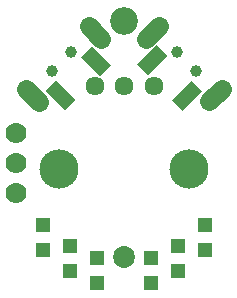
<source format=gts>
G04 EAGLE Gerber RS-274X export*
G75*
%MOMM*%
%FSLAX34Y34*%
%LPD*%
%INTop Solder Mask*%
%IPPOS*%
%AMOC8*
5,1,8,0,0,1.08239X$1,22.5*%
G01*
%ADD10C,2.351600*%
%ADD11C,1.856600*%
%ADD12C,1.778000*%
%ADD13R,1.301600X1.301600*%
%ADD14C,1.609600*%
%ADD15C,3.317600*%
%ADD16C,1.609600*%
%ADD17C,1.001600*%
%ADD18R,2.301600X1.301600*%


D10*
X152400Y265100D03*
D11*
X152400Y65100D03*
D12*
X60960Y170180D03*
X60960Y144780D03*
X60960Y119380D03*
D13*
X220980Y70780D03*
X220980Y91780D03*
X198120Y53000D03*
X198120Y74000D03*
X175260Y42840D03*
X175260Y63840D03*
X129540Y42840D03*
X129540Y63840D03*
X106680Y53000D03*
X106680Y74000D03*
X83820Y70780D03*
X83820Y91780D03*
D14*
X177400Y209700D03*
X152400Y209700D03*
X127400Y209700D03*
D15*
X207400Y139700D03*
X97400Y139700D03*
D16*
X171278Y250018D02*
X181941Y260681D01*
X234974Y207648D02*
X224311Y196985D01*
D17*
X196734Y238704D03*
X212997Y222441D03*
D18*
G36*
X163680Y228289D02*
X179954Y244563D01*
X189158Y235359D01*
X172884Y219085D01*
X163680Y228289D01*
G37*
G36*
X192730Y198123D02*
X209004Y214397D01*
X218208Y205193D01*
X201934Y188919D01*
X192730Y198123D01*
G37*
D16*
X80182Y196678D02*
X69519Y207341D01*
X122552Y260374D02*
X133215Y249711D01*
D17*
X91496Y222134D03*
X107759Y238397D03*
D18*
G36*
X101911Y189080D02*
X85637Y205354D01*
X94841Y214558D01*
X111115Y198284D01*
X101911Y189080D01*
G37*
G36*
X132077Y218130D02*
X115803Y234404D01*
X125007Y243608D01*
X141281Y227334D01*
X132077Y218130D01*
G37*
M02*

</source>
